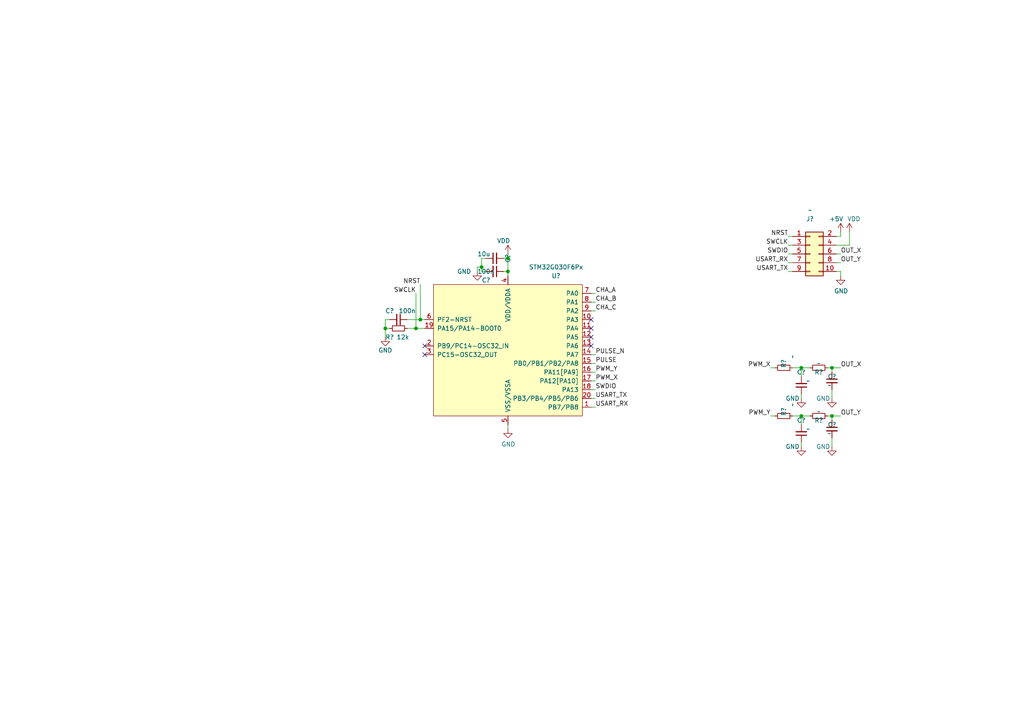
<source format=kicad_sch>
(kicad_sch (version 20211123) (generator eeschema)
  (paper "A4")
  (lib_symbols
    (symbol "Connector_Generic:Conn_02x05_Odd_Even" (pin_names (offset 1.016) hide)
      (property "Reference" "J" (at 1.27 7.62 0))
      (property "Value" "Conn_02x05_Odd_Even" (at 1.27 -7.62 0))
      (symbol "Conn_02x05_Odd_Even_1_1"
        (rectangle (start -1.27 -4.953) (end 0 -5.207) (stroke (width 0.1524)))
        (rectangle (start -1.27 -2.413) (end 0 -2.667) (stroke (width 0.1524)))
        (rectangle (start -1.27 0.127) (end 0 -0.127) (stroke (width 0.1524)))
        (rectangle (start -1.27 2.667) (end 0 2.413) (stroke (width 0.1524)))
        (rectangle (start -1.27 5.207) (end 0 4.953) (stroke (width 0.1524)))
        (rectangle (start -1.27 6.35) (end 3.81 -6.35) (stroke (width 0.254)) (fill (type background)))
        (rectangle (start 3.81 -4.953) (end 2.54 -5.207) (stroke (width 0.1524)))
        (rectangle (start 3.81 -2.413) (end 2.54 -2.667) (stroke (width 0.1524)))
        (rectangle (start 3.81 0.127) (end 2.54 -0.127) (stroke (width 0.1524)))
        (rectangle (start 3.81 2.667) (end 2.54 2.413) (stroke (width 0.1524)))
        (rectangle (start 3.81 5.207) (end 2.54 4.953) (stroke (width 0.1524)))
        (pin passive line (at -5.08 5.08 0) (length 3.81) (name "Pin_1") (number "1"))
        (pin passive line (at 7.62 -5.08 180) (length 3.81) (name "Pin_10") (number "10"))
        (pin passive line (at 7.62 5.08 180) (length 3.81) (name "Pin_2") (number "2"))
        (pin passive line (at -5.08 2.54 0) (length 3.81) (name "Pin_3") (number "3"))
        (pin passive line (at 7.62 2.54 180) (length 3.81) (name "Pin_4") (number "4"))
        (pin passive line (at -5.08 0 0) (length 3.81) (name "Pin_5") (number "5"))
        (pin passive line (at 7.62 0 180) (length 3.81) (name "Pin_6") (number "6"))
        (pin passive line (at -5.08 -2.54 0) (length 3.81) (name "Pin_7") (number "7"))
        (pin passive line (at 7.62 -2.54 180) (length 3.81) (name "Pin_8") (number "8"))
        (pin passive line (at -5.08 -5.08 0) (length 3.81) (name "Pin_9") (number "9"))
      )
    )
    (symbol "Device:C_Small" (pin_numbers hide) (pin_names (offset 0.254) hide)
      (property "Reference" "C" (at 0.254 1.778 0))
      (property "Value" "C_Small" (at 0.254 -2.032 0))
      (symbol "C_Small_0_1"
        (polyline (pts (xy -1.524 -0.508) (xy 1.524 -0.508)) (stroke (width 0.3302)))
        (polyline (pts (xy -1.524 0.508) (xy 1.524 0.508)) (stroke (width 0.3048)))
      )
      (symbol "C_Small_1_1"
        (pin passive line (at 0 2.54 270) (length 2.032) (name "~") (number "1"))
        (pin passive line (at 0 -2.54 90) (length 2.032) (name "~") (number "2"))
      )
    )
    (symbol "Device:R_Small" (pin_numbers hide) (pin_names (offset 0.254) hide)
      (property "Reference" "R" (at 0.762 0.508 0))
      (property "Value" "R_Small" (at 0.762 -1.016 0))
      (symbol "R_Small_0_1"
        (rectangle (start -0.762 1.778) (end 0.762 -1.778) (stroke (width 0.2032)))
      )
      (symbol "R_Small_1_1"
        (pin passive line (at 0 2.54 270) (length 0.762) (name "~") (number "1"))
        (pin passive line (at 0 -2.54 90) (length 0.762) (name "~") (number "2"))
      )
    )
    (symbol "oe_stm32:STM32G030F6Px" (pin_names (offset 1.016))
      (property "Reference" "U" (at 12.7 20.32 0))
      (property "Value" "STM32G030F6Px" (at 12.7 22.86 0))
      (symbol "STM32G030F6Px_1_1"
        (rectangle (start 21.59 19.05) (end -21.59 -19.05) (fill (type background)))
        (pin bidirectional line (at 24.13 -16.51 180) (length 2.54) (name "PB7/PB8") (number "1"))
        (pin bidirectional line (at 24.13 8.89 180) (length 2.54) (name "PA3") (number "10"))
        (pin bidirectional line (at 24.13 6.35 180) (length 2.54) (name "PA4") (number "11"))
        (pin bidirectional line (at 24.13 3.81 180) (length 2.54) (name "PA5") (number "12"))
        (pin bidirectional line (at 24.13 1.27 180) (length 2.54) (name "PA6") (number "13"))
        (pin bidirectional line (at 24.13 -1.27 180) (length 2.54) (name "PA7") (number "14"))
        (pin bidirectional line (at 24.13 -3.81 180) (length 2.54) (name "PB0/PB1/PB2/PA8") (number "15"))
        (pin bidirectional line (at 24.13 -6.35 180) (length 2.54) (name "PA11[PA9]") (number "16"))
        (pin bidirectional line (at 24.13 -8.89 180) (length 2.54) (name "PA12[PA10]") (number "17"))
        (pin bidirectional line (at 24.13 -11.43 180) (length 2.54) (name "PA13") (number "18"))
        (pin bidirectional line (at -24.13 6.35 0) (length 2.54) (name "PA15/PA14-BOOT0") (number "19"))
        (pin bidirectional line (at -24.13 1.27 0) (length 2.54) (name "PB9/PC14-OSC32_IN") (number "2"))
        (pin bidirectional line (at 24.13 -13.97 180) (length 2.54) (name "PB3/PB4/PB5/PB6") (number "20"))
        (pin bidirectional line (at -24.13 -1.27 0) (length 2.54) (name "PC15-OSC32_OUT") (number "3"))
        (pin power_in line (at 0 21.59 270) (length 2.54) (name "VDD/VDDA") (number "4"))
        (pin power_in line (at 0 -21.59 90) (length 2.54) (name "VSS/VSSA") (number "5"))
        (pin bidirectional line (at -24.13 8.89 0) (length 2.54) (name "PF2-NRST") (number "6"))
        (pin bidirectional line (at 24.13 16.51 180) (length 2.54) (name "PA0") (number "7"))
        (pin bidirectional line (at 24.13 13.97 180) (length 2.54) (name "PA1") (number "8"))
        (pin bidirectional line (at 24.13 11.43 180) (length 2.54) (name "PA2") (number "9"))
      )
    )
    (symbol "power:+5V" (power) (pin_names (offset 0))
      (property "Value" "+5V" (at 0 3.556 0))
      (symbol "+5V_0_1"
        (polyline (pts (xy -0.762 1.27) (xy 0 2.54)))
        (polyline (pts (xy 0 0) (xy 0 2.54)))
        (polyline (pts (xy 0 2.54) (xy 0.762 1.27)))
      )
      (symbol "+5V_1_1"
        (pin power_in line (at 0 0 90) (length 0) hide (name "+5V") (number "1"))
      )
    )
    (symbol "power:GND" (power) (pin_names (offset 0))
      (property "Value" "GND" (at 0 -3.81 0))
      (symbol "GND_0_1"
        (polyline (pts (xy 0 0) (xy 0 -1.27) (xy 1.27 -1.27) (xy 0 -2.54) (xy -1.27 -1.27) (xy 0 -1.27)))
      )
      (symbol "GND_1_1"
        (pin power_in line (at 0 0 270) (length 0) hide (name "GND") (number "1"))
      )
    )
    (symbol "power:VDD" (power) (pin_names (offset 0))
      (property "Value" "VDD" (at 0 3.81 0))
      (symbol "VDD_0_1"
        (polyline (pts (xy -0.762 1.27) (xy 0 2.54)))
        (polyline (pts (xy 0 0) (xy 0 2.54)))
        (polyline (pts (xy 0 2.54) (xy 0.762 1.27)))
      )
      (symbol "VDD_1_1"
        (pin power_in line (at 0 0 90) (length 0) hide (name "VDD") (number "1"))
      )
    )
  )
  (junction (at 139.7 77.47))
  (junction (at 111.76 95.25))
  (junction (at 241.3 120.65))
  (junction (at 120.65 95.25))
  (junction (at 232.41 120.65))
  (junction (at 232.41 106.68))
  (junction (at 241.3 106.68))
  (junction (at 121.92 92.71))
  (junction (at 147.32 74.93))
  (junction (at 147.32 78.74))
  (no_connect (at 171.45 97.79))
  (no_connect (at 171.45 92.71))
  (no_connect (at 171.45 95.25))
  (no_connect (at 123.19 102.87))
  (no_connect (at 123.19 100.33))
  (no_connect (at 171.45 100.33))
  (wire (pts (xy 118.11 92.71) (xy 121.92 92.71)))
  (wire (pts (xy 147.32 123.19) (xy 147.32 124.46)))
  (wire (pts (xy 123.19 95.25) (xy 120.65 95.25)))
  (wire (pts (xy 171.45 105.41) (xy 172.72 105.41)))
  (wire (pts (xy 138.43 78.74) (xy 138.43 77.47)))
  (wire (pts (xy 240.03 106.68) (xy 241.3 106.68)))
  (wire (pts (xy 172.72 118.11) (xy 171.45 118.11)))
  (wire (pts (xy 138.43 77.47) (xy 139.7 77.47)))
  (wire (pts (xy 243.84 78.74) (xy 243.84 80.01)))
  (wire (pts (xy 121.92 92.71) (xy 123.19 92.71)))
  (wire (pts (xy 228.6 78.74) (xy 229.87 78.74)))
  (wire (pts (xy 172.72 87.63) (xy 171.45 87.63)))
  (wire (pts (xy 172.72 115.57) (xy 171.45 115.57)))
  (wire (pts (xy 243.84 68.58) (xy 243.84 67.31)))
  (wire (pts (xy 232.41 106.68) (xy 232.41 109.22)))
  (wire (pts (xy 242.57 78.74) (xy 243.84 78.74)))
  (wire (pts (xy 140.97 74.93) (xy 139.7 74.93)))
  (wire (pts (xy 241.3 127) (xy 241.3 129.54)))
  (wire (pts (xy 232.41 115.57) (xy 232.41 114.3)))
  (wire (pts (xy 224.79 106.68) (xy 223.52 106.68)))
  (wire (pts (xy 139.7 74.93) (xy 139.7 77.47)))
  (wire (pts (xy 172.72 113.03) (xy 171.45 113.03)))
  (wire (pts (xy 224.79 120.65) (xy 223.52 120.65)))
  (wire (pts (xy 147.32 78.74) (xy 147.32 80.01)))
  (wire (pts (xy 241.3 106.68) (xy 241.3 107.95)))
  (wire (pts (xy 243.84 120.65) (xy 241.3 120.65)))
  (wire (pts (xy 229.87 120.65) (xy 232.41 120.65)))
  (wire (pts (xy 243.84 106.68) (xy 241.3 106.68)))
  (wire (pts (xy 120.65 95.25) (xy 118.11 95.25)))
  (wire (pts (xy 111.76 92.71) (xy 111.76 95.25)))
  (wire (pts (xy 172.72 85.09) (xy 171.45 85.09)))
  (wire (pts (xy 113.03 92.71) (xy 111.76 92.71)))
  (wire (pts (xy 228.6 68.58) (xy 229.87 68.58)))
  (wire (pts (xy 171.45 102.87) (xy 172.72 102.87)))
  (wire (pts (xy 111.76 95.25) (xy 113.03 95.25)))
  (wire (pts (xy 240.03 120.65) (xy 241.3 120.65)))
  (wire (pts (xy 234.95 106.68) (xy 232.41 106.68)))
  (wire (pts (xy 232.41 129.54) (xy 232.41 128.27)))
  (wire (pts (xy 241.3 120.65) (xy 241.3 121.92)))
  (wire (pts (xy 232.41 120.65) (xy 232.41 123.19)))
  (wire (pts (xy 241.3 113.03) (xy 241.3 115.57)))
  (wire (pts (xy 246.38 71.12) (xy 246.38 67.31)))
  (wire (pts (xy 243.84 76.2) (xy 242.57 76.2)))
  (wire (pts (xy 111.76 95.25) (xy 111.76 97.79)))
  (wire (pts (xy 243.84 73.66) (xy 242.57 73.66)))
  (wire (pts (xy 146.05 74.93) (xy 147.32 74.93)))
  (wire (pts (xy 120.65 85.09) (xy 120.65 95.25)))
  (wire (pts (xy 121.92 82.55) (xy 121.92 92.71)))
  (wire (pts (xy 146.05 78.74) (xy 147.32 78.74)))
  (wire (pts (xy 139.7 77.47) (xy 139.7 78.74)))
  (wire (pts (xy 139.7 78.74) (xy 140.97 78.74)))
  (wire (pts (xy 228.6 76.2) (xy 229.87 76.2)))
  (wire (pts (xy 147.32 74.93) (xy 147.32 78.74)))
  (wire (pts (xy 242.57 68.58) (xy 243.84 68.58)))
  (wire (pts (xy 172.72 90.17) (xy 171.45 90.17)))
  (wire (pts (xy 172.72 107.95) (xy 171.45 107.95)))
  (wire (pts (xy 234.95 120.65) (xy 232.41 120.65)))
  (wire (pts (xy 228.6 71.12) (xy 229.87 71.12)))
  (wire (pts (xy 229.87 106.68) (xy 232.41 106.68)))
  (wire (pts (xy 147.32 73.66) (xy 147.32 74.93)))
  (wire (pts (xy 172.72 110.49) (xy 171.45 110.49)))
  (wire (pts (xy 228.6 73.66) (xy 229.87 73.66)))
  (wire (pts (xy 242.57 71.12) (xy 246.38 71.12)))
  (label "PWM_Y" (at 172.72 107.95 0))
  (label "PWM_Y" (at 223.52 120.65 180))
  (label "CHA_B" (at 172.72 87.63 0))
  (label "USART_TX" (at 172.72 115.57 0))
  (label "USART_RX" (at 172.72 118.11 0))
  (label "PULSE_N" (at 172.72 102.87 0))
  (label "SWCLK" (at 120.65 85.09 180))
  (label "USART_TX" (at 228.6 78.74 180))
  (label "SWDIO" (at 172.72 113.03 0))
  (label "USART_RX" (at 228.6 76.2 180))
  (label "NRST" (at 121.92 82.55 180))
  (label "OUT_Y" (at 243.84 76.2 0))
  (label "SWDIO" (at 228.6 73.66 180))
  (label "PULSE" (at 172.72 105.41 0))
  (label "OUT_X" (at 243.84 73.66 0))
  (label "SWCLK" (at 228.6 71.12 180))
  (label "NRST" (at 228.6 68.58 180))
  (label "PWM_X" (at 223.52 106.68 180))
  (label "PWM_X" (at 172.72 110.49 0))
  (label "CHA_C" (at 172.72 90.17 0))
  (label "OUT_Y" (at 243.84 120.65 0))
  (label "OUT_X" (at 243.84 106.68 0))
  (label "CHA_A" (at 172.72 85.09 0))
  (symbol (lib_id "Device:R_Small") (at 237.49 120.65 270) (unit 1)
    (property "Reference" "R?" (at 237.49 121.92 90))
    (property "Value" "~" (at 237.49 119.38 90))
    (property "Link" "https://ozdisan.com/pasif-komponentler/direncler/smt-smd-ve-cip-direncler/0603SAF1202T5E" (effects hide))
    (property "Price" "0.0019" (effects hide))
  )
  (symbol (lib_id "Device:C_Small") (at 241.3 124.46 0) (unit 1)
    (property "Reference" "C?" (at 240.03 123.19 0) (effects (justify left)))
    (property "Value" "~" (at 240.03 125.73 0) (effects (justify left)))
    (property "Link" "https://ozdisan.com/pasif-komponentler/kondansatorler/smt-smd-ve-mlcc-kondansatorler/CL10A105KP8NNNC" (effects hide))
    (property "Price" "0.00742" (effects hide))
  )
  (symbol (lib_id "Device:C_Small") (at 232.41 125.73 180) (unit 1)
    (property "Reference" "C?" (at 233.68 121.92 0) (effects (justify left)))
    (property "Value" "~" (at 234.95 124.46 0) (effects (justify left)))
    (property "Link" "https://ozdisan.com/pasif-komponentler/kondansatorler/smt-smd-ve-mlcc-kondansatorler/CL10A106MQ8NNNC" (effects hide))
    (property "Price" "0.01596" (effects hide))
  )
  (symbol (lib_id "Device:C_Small") (at 143.51 78.74 270) (unit 1)
    (property "Reference" "C?" (at 139.7 81.28 90) (effects (justify left)))
    (property "Value" "100n" (at 138.43 78.74 90) (effects (justify left)))
    (property "Footprint" "Capacitor_SMD:C_0603_1608Metric" (effects hide))
    (property "Link" "https://ozdisan.com/pasif-komponentler/kondansatorler/smt-smd-ve-mlcc-kondansatorler/CL10B104KB8NNND" (effects hide))
    (property "Price" "0.00499" (effects hide))
  )
  (symbol (lib_id "Device:C_Small") (at 143.51 74.93 90) (unit 1)
    (property "Reference" "C?" (at 147.32 76.2 0) (effects (justify left)))
    (property "Value" "10u" (at 142.24 73.66 90) (effects (justify left)))
    (property "Footprint" "Capacitor_SMD:C_0603_1608Metric" (effects hide))
    (property "Link" "https://ozdisan.com/pasif-komponentler/kondansatorler/smt-smd-ve-mlcc-kondansatorler/CL10A106MQ8NNNC" (effects hide))
    (property "Price" "0.01596" (effects hide))
  )
  (symbol (lib_id "power:GND") (at 243.84 80.01 0) (unit 1)
    (property "Reference" "#PWR?" (effects hide))
    (property "Value" "~" (at 243.967 84.4042 0))
  )
  (symbol (lib_id "oe_stm32:STM32G030F6Px") (at 147.32 101.6 0) (unit 1)
    (property "Reference" "U?" (at 161.29 80.01 0))
    (property "Value" "STM32G030F6Px" (at 161.29 77.47 0))
    (property "Footprint" "Package_SO:TSSOP-20_4.4x6.5mm_P0.65mm" (effects hide))
    (property "Link" "https://lcsc.com/product-detail/ST-Microelectronics_STMicroelectronics-STM32G030F6P6TR_C529330.html" (effects hide))
    (property "Price" "1.7546" (effects hide))
  )
  (symbol (lib_id "power:GND") (at 111.76 97.79 0) (unit 1)
    (property "Reference" "#PWR?" (effects hide))
    (property "Value" "GND" (at 111.76 101.6 0))
  )
  (symbol (lib_id "Device:R_Small") (at 237.49 106.68 270) (unit 1)
    (property "Reference" "R?" (at 237.49 107.95 90))
    (property "Value" "~" (at 237.49 105.41 90))
    (property "Link" "https://ozdisan.com/pasif-komponentler/direncler/smt-smd-ve-cip-direncler/0603SAF1202T5E" (effects hide))
    (property "Price" "0.0019" (effects hide))
  )
  (symbol (lib_id "power:GND") (at 241.3 115.57 0) (unit 1)
    (property "Reference" "#PWR?" (effects hide))
    (property "Value" "~" (at 238.76 115.57 0))
  )
  (symbol (lib_id "Device:C_Small") (at 232.41 111.76 180) (unit 1)
    (property "Reference" "C?" (at 233.68 107.95 0) (effects (justify left)))
    (property "Value" "~" (at 234.95 110.49 0) (effects (justify left)))
    (property "Link" "https://ozdisan.com/pasif-komponentler/kondansatorler/smt-smd-ve-mlcc-kondansatorler/CL10A106MQ8NNNC" (effects hide))
    (property "Price" "0.01596" (effects hide))
  )
  (symbol (lib_id "Device:R_Small") (at 115.57 95.25 270) (unit 1)
    (property "Reference" "R?" (at 113.03 97.79 90))
    (property "Value" "12k" (at 116.84 97.79 90))
    (property "Footprint" "Resistor_SMD:R_0603_1608Metric" (effects hide))
    (property "Link" "https://ozdisan.com/pasif-komponentler/direncler/smt-smd-ve-cip-direncler/0603SAF1202T5E" (effects hide))
    (property "Price" "0.0019" (effects hide))
  )
  (symbol (lib_id "Device:R_Small") (at 227.33 106.68 270) (unit 1)
    (property "Reference" "R?" (at 227.33 104.14 0) (effects (justify left)))
    (property "Value" "~" (at 229.87 102.87 0) (effects (justify left)))
    (property "Link" "https://ozdisan.com/pasif-komponentler/direncler/smt-smd-ve-cip-direncler/0603SAF1001T5E" (effects hide))
    (property "Price" "0.00196" (effects hide))
  )
  (symbol (lib_id "Device:C_Small") (at 241.3 110.49 0) (unit 1)
    (property "Reference" "C?" (at 240.03 109.22 0) (effects (justify left)))
    (property "Value" "~" (at 240.03 111.76 0) (effects (justify left)))
    (property "Link" "https://ozdisan.com/pasif-komponentler/kondansatorler/smt-smd-ve-mlcc-kondansatorler/CL10A105KP8NNNC" (effects hide))
    (property "Price" "0.00742" (effects hide))
  )
  (symbol (lib_id "Device:R_Small") (at 227.33 120.65 270) (unit 1)
    (property "Reference" "R?" (at 227.33 118.11 0) (effects (justify left)))
    (property "Value" "~" (at 229.87 116.84 0) (effects (justify left)))
    (property "Link" "https://ozdisan.com/pasif-komponentler/direncler/smt-smd-ve-cip-direncler/0603SAF1001T5E" (effects hide))
    (property "Price" "0.00196" (effects hide))
  )
  (symbol (lib_id "power:GND") (at 138.43 78.74 0) (unit 1)
    (property "Reference" "#PWR?" (effects hide))
    (property "Value" "GND" (at 134.62 78.74 0))
  )
  (symbol (lib_id "power:GND") (at 232.41 129.54 0) (unit 1)
    (property "Reference" "#PWR?" (effects hide))
    (property "Value" "~" (at 229.87 129.54 0))
  )
  (symbol (lib_id "Device:C_Small") (at 115.57 92.71 270) (unit 1)
    (property "Reference" "C?" (at 113.03 90.17 90))
    (property "Value" "100n" (at 118.11 90.17 90))
    (property "Footprint" "Capacitor_SMD:C_0603_1608Metric" (effects hide))
    (property "Link" "https://ozdisan.com/pasif-komponentler/kondansatorler/smt-smd-ve-mlcc-kondansatorler/CL10B104KB8NNND" (effects hide))
    (property "Price" "0.00499" (effects hide))
  )
  (symbol (lib_id "power:GND") (at 232.41 115.57 0) (unit 1)
    (property "Reference" "#PWR?" (effects hide))
    (property "Value" "~" (at 229.87 115.57 0))
  )
  (symbol (lib_id "power:+5V") (at 243.84 67.31 0) (unit 1)
    (property "Reference" "#PWR?" (effects hide))
    (property "Value" "~" (at 242.57 63.5 0))
  )
  (symbol (lib_id "power:GND") (at 241.3 129.54 0) (unit 1)
    (property "Reference" "#PWR?" (effects hide))
    (property "Value" "~" (at 238.76 129.54 0))
  )
  (symbol (lib_id "Connector_Generic:Conn_02x05_Odd_Even") (at 234.95 73.66 0) (unit 1)
    (property "Reference" "J?" (at 234.95 63.5 0))
    (property "Value" "~" (at 234.95 60.96 0))
    (property "Link" "https://ozdisan.com/konnektor-ve-baglanti-elemanlari/header-konnektorler/pin-headerlar/DS1022-2X5R61" (effects hide))
    (property "Price" "0.05624" (effects hide))
  )
  (symbol (lib_id "power:VDD") (at 147.32 73.66 0) (unit 1)
    (property "Reference" "#PWR?" (effects hide))
    (property "Value" "VDD" (at 146.05 69.85 0))
  )
  (symbol (lib_id "power:GND") (at 147.32 124.46 0) (unit 1)
    (property "Reference" "#PWR?" (effects hide))
    (property "Value" "GND" (at 147.447 128.8542 0))
  )
  (symbol (lib_id "power:VDD") (at 246.38 67.31 0) (unit 1)
    (property "Reference" "#PWR?" (effects hide))
    (property "Value" "~" (at 247.65 63.5 0))
  )
)
</source>
